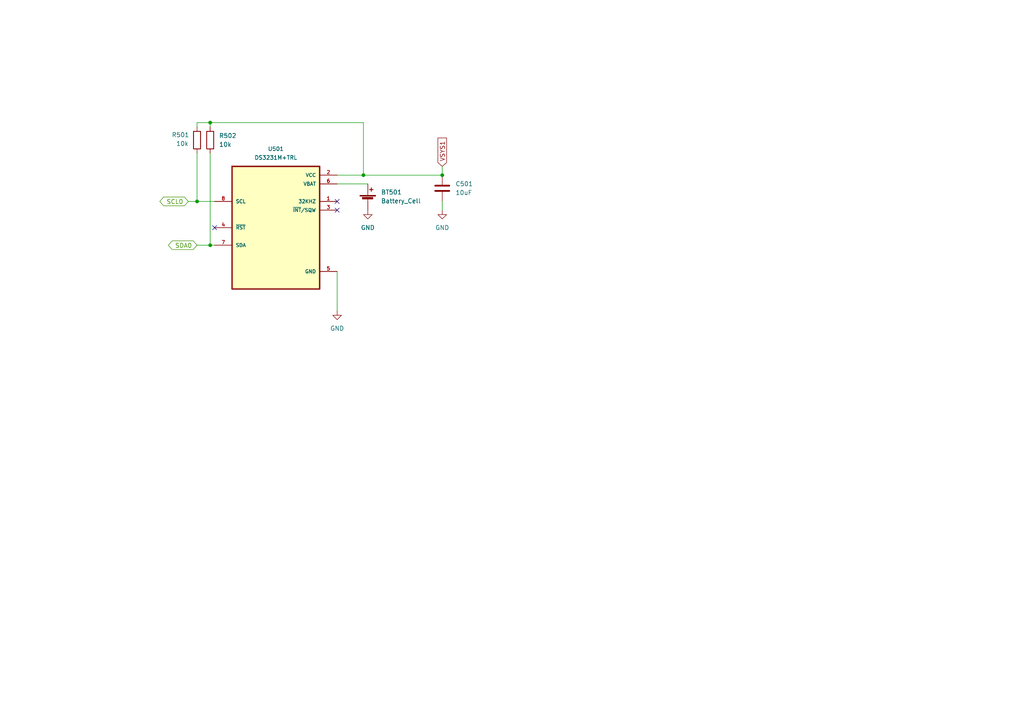
<source format=kicad_sch>
(kicad_sch
	(version 20231120)
	(generator "eeschema")
	(generator_version "8.0")
	(uuid "eed3b80b-aa02-47b6-a7a1-c4111502ac1c")
	(paper "A4")
	(lib_symbols
		(symbol "Device:Battery_Cell"
			(pin_numbers hide)
			(pin_names
				(offset 0) hide)
			(exclude_from_sim no)
			(in_bom yes)
			(on_board yes)
			(property "Reference" "BT"
				(at 2.54 2.54 0)
				(effects
					(font
						(size 1.27 1.27)
					)
					(justify left)
				)
			)
			(property "Value" "Battery_Cell"
				(at 2.54 0 0)
				(effects
					(font
						(size 1.27 1.27)
					)
					(justify left)
				)
			)
			(property "Footprint" ""
				(at 0 1.524 90)
				(effects
					(font
						(size 1.27 1.27)
					)
					(hide yes)
				)
			)
			(property "Datasheet" "~"
				(at 0 1.524 90)
				(effects
					(font
						(size 1.27 1.27)
					)
					(hide yes)
				)
			)
			(property "Description" "Single-cell battery"
				(at 0 0 0)
				(effects
					(font
						(size 1.27 1.27)
					)
					(hide yes)
				)
			)
			(property "ki_keywords" "battery cell"
				(at 0 0 0)
				(effects
					(font
						(size 1.27 1.27)
					)
					(hide yes)
				)
			)
			(symbol "Battery_Cell_0_1"
				(rectangle
					(start -2.286 1.778)
					(end 2.286 1.524)
					(stroke
						(width 0)
						(type default)
					)
					(fill
						(type outline)
					)
				)
				(rectangle
					(start -1.5748 1.1938)
					(end 1.4732 0.6858)
					(stroke
						(width 0)
						(type default)
					)
					(fill
						(type outline)
					)
				)
				(polyline
					(pts
						(xy 0 0.762) (xy 0 0)
					)
					(stroke
						(width 0)
						(type default)
					)
					(fill
						(type none)
					)
				)
				(polyline
					(pts
						(xy 0 1.778) (xy 0 2.54)
					)
					(stroke
						(width 0)
						(type default)
					)
					(fill
						(type none)
					)
				)
				(polyline
					(pts
						(xy 0.508 3.429) (xy 1.524 3.429)
					)
					(stroke
						(width 0.254)
						(type default)
					)
					(fill
						(type none)
					)
				)
				(polyline
					(pts
						(xy 1.016 3.937) (xy 1.016 2.921)
					)
					(stroke
						(width 0.254)
						(type default)
					)
					(fill
						(type none)
					)
				)
			)
			(symbol "Battery_Cell_1_1"
				(pin passive line
					(at 0 5.08 270)
					(length 2.54)
					(name "+"
						(effects
							(font
								(size 1.27 1.27)
							)
						)
					)
					(number "1"
						(effects
							(font
								(size 1.27 1.27)
							)
						)
					)
				)
				(pin passive line
					(at 0 -2.54 90)
					(length 2.54)
					(name "-"
						(effects
							(font
								(size 1.27 1.27)
							)
						)
					)
					(number "2"
						(effects
							(font
								(size 1.27 1.27)
							)
						)
					)
				)
			)
		)
		(symbol "Device:C"
			(pin_numbers hide)
			(pin_names
				(offset 0.254)
			)
			(exclude_from_sim no)
			(in_bom yes)
			(on_board yes)
			(property "Reference" "C"
				(at 0.635 2.54 0)
				(effects
					(font
						(size 1.27 1.27)
					)
					(justify left)
				)
			)
			(property "Value" "C"
				(at 0.635 -2.54 0)
				(effects
					(font
						(size 1.27 1.27)
					)
					(justify left)
				)
			)
			(property "Footprint" ""
				(at 0.9652 -3.81 0)
				(effects
					(font
						(size 1.27 1.27)
					)
					(hide yes)
				)
			)
			(property "Datasheet" "~"
				(at 0 0 0)
				(effects
					(font
						(size 1.27 1.27)
					)
					(hide yes)
				)
			)
			(property "Description" "Unpolarized capacitor"
				(at 0 0 0)
				(effects
					(font
						(size 1.27 1.27)
					)
					(hide yes)
				)
			)
			(property "ki_keywords" "cap capacitor"
				(at 0 0 0)
				(effects
					(font
						(size 1.27 1.27)
					)
					(hide yes)
				)
			)
			(property "ki_fp_filters" "C_*"
				(at 0 0 0)
				(effects
					(font
						(size 1.27 1.27)
					)
					(hide yes)
				)
			)
			(symbol "C_0_1"
				(polyline
					(pts
						(xy -2.032 -0.762) (xy 2.032 -0.762)
					)
					(stroke
						(width 0.508)
						(type default)
					)
					(fill
						(type none)
					)
				)
				(polyline
					(pts
						(xy -2.032 0.762) (xy 2.032 0.762)
					)
					(stroke
						(width 0.508)
						(type default)
					)
					(fill
						(type none)
					)
				)
			)
			(symbol "C_1_1"
				(pin passive line
					(at 0 3.81 270)
					(length 2.794)
					(name "~"
						(effects
							(font
								(size 1.27 1.27)
							)
						)
					)
					(number "1"
						(effects
							(font
								(size 1.27 1.27)
							)
						)
					)
				)
				(pin passive line
					(at 0 -3.81 90)
					(length 2.794)
					(name "~"
						(effects
							(font
								(size 1.27 1.27)
							)
						)
					)
					(number "2"
						(effects
							(font
								(size 1.27 1.27)
							)
						)
					)
				)
			)
		)
		(symbol "Device:R"
			(pin_numbers hide)
			(pin_names
				(offset 0)
			)
			(exclude_from_sim no)
			(in_bom yes)
			(on_board yes)
			(property "Reference" "R"
				(at 2.032 0 90)
				(effects
					(font
						(size 1.27 1.27)
					)
				)
			)
			(property "Value" "R"
				(at 0 0 90)
				(effects
					(font
						(size 1.27 1.27)
					)
				)
			)
			(property "Footprint" ""
				(at -1.778 0 90)
				(effects
					(font
						(size 1.27 1.27)
					)
					(hide yes)
				)
			)
			(property "Datasheet" "~"
				(at 0 0 0)
				(effects
					(font
						(size 1.27 1.27)
					)
					(hide yes)
				)
			)
			(property "Description" "Resistor"
				(at 0 0 0)
				(effects
					(font
						(size 1.27 1.27)
					)
					(hide yes)
				)
			)
			(property "ki_keywords" "R res resistor"
				(at 0 0 0)
				(effects
					(font
						(size 1.27 1.27)
					)
					(hide yes)
				)
			)
			(property "ki_fp_filters" "R_*"
				(at 0 0 0)
				(effects
					(font
						(size 1.27 1.27)
					)
					(hide yes)
				)
			)
			(symbol "R_0_1"
				(rectangle
					(start -1.016 -2.54)
					(end 1.016 2.54)
					(stroke
						(width 0.254)
						(type default)
					)
					(fill
						(type none)
					)
				)
			)
			(symbol "R_1_1"
				(pin passive line
					(at 0 3.81 270)
					(length 1.27)
					(name "~"
						(effects
							(font
								(size 1.27 1.27)
							)
						)
					)
					(number "1"
						(effects
							(font
								(size 1.27 1.27)
							)
						)
					)
				)
				(pin passive line
					(at 0 -3.81 90)
					(length 1.27)
					(name "~"
						(effects
							(font
								(size 1.27 1.27)
							)
						)
					)
					(number "2"
						(effects
							(font
								(size 1.27 1.27)
							)
						)
					)
				)
			)
		)
		(symbol "power:GND"
			(power)
			(pin_names
				(offset 0)
			)
			(exclude_from_sim no)
			(in_bom yes)
			(on_board yes)
			(property "Reference" "#PWR"
				(at 0 -6.35 0)
				(effects
					(font
						(size 1.27 1.27)
					)
					(hide yes)
				)
			)
			(property "Value" "GND"
				(at 0 -3.81 0)
				(effects
					(font
						(size 1.27 1.27)
					)
				)
			)
			(property "Footprint" ""
				(at 0 0 0)
				(effects
					(font
						(size 1.27 1.27)
					)
					(hide yes)
				)
			)
			(property "Datasheet" ""
				(at 0 0 0)
				(effects
					(font
						(size 1.27 1.27)
					)
					(hide yes)
				)
			)
			(property "Description" "Power symbol creates a global label with name \"GND\" , ground"
				(at 0 0 0)
				(effects
					(font
						(size 1.27 1.27)
					)
					(hide yes)
				)
			)
			(property "ki_keywords" "global power"
				(at 0 0 0)
				(effects
					(font
						(size 1.27 1.27)
					)
					(hide yes)
				)
			)
			(symbol "GND_0_1"
				(polyline
					(pts
						(xy 0 0) (xy 0 -1.27) (xy 1.27 -1.27) (xy 0 -2.54) (xy -1.27 -1.27) (xy 0 -1.27)
					)
					(stroke
						(width 0)
						(type default)
					)
					(fill
						(type none)
					)
				)
			)
			(symbol "GND_1_1"
				(pin power_in line
					(at 0 0 270)
					(length 0) hide
					(name "GND"
						(effects
							(font
								(size 1.27 1.27)
							)
						)
					)
					(number "1"
						(effects
							(font
								(size 1.27 1.27)
							)
						)
					)
				)
			)
		)
		(symbol "rtc:DS3231MZ_TRL"
			(pin_names
				(offset 1.016)
			)
			(exclude_from_sim no)
			(in_bom yes)
			(on_board yes)
			(property "Reference" "U"
				(at -12.7 18.78 0)
				(effects
					(font
						(size 1.27 1.27)
					)
					(justify left bottom)
				)
			)
			(property "Value" "DS3231MZ_TRL"
				(at -12.7 -21.78 0)
				(effects
					(font
						(size 1.27 1.27)
					)
					(justify left bottom)
				)
			)
			(property "Footprint" "DS3231MZ_TRL:SOIC127P600X175-8N"
				(at 0 0 0)
				(effects
					(font
						(size 1.27 1.27)
					)
					(justify bottom)
					(hide yes)
				)
			)
			(property "Datasheet" ""
				(at 0 0 0)
				(effects
					(font
						(size 1.27 1.27)
					)
					(hide yes)
				)
			)
			(property "Description" ""
				(at 0 0 0)
				(effects
					(font
						(size 1.27 1.27)
					)
					(hide yes)
				)
			)
			(symbol "DS3231MZ_TRL_0_0"
				(rectangle
					(start -12.7 -17.78)
					(end 12.7 17.78)
					(stroke
						(width 0.41)
						(type default)
					)
					(fill
						(type background)
					)
				)
				(pin output line
					(at 17.78 7.62 180)
					(length 5.08)
					(name "32KHZ"
						(effects
							(font
								(size 1.016 1.016)
							)
						)
					)
					(number "1"
						(effects
							(font
								(size 1.016 1.016)
							)
						)
					)
				)
				(pin power_in line
					(at 17.78 15.24 180)
					(length 5.08)
					(name "VCC"
						(effects
							(font
								(size 1.016 1.016)
							)
						)
					)
					(number "2"
						(effects
							(font
								(size 1.016 1.016)
							)
						)
					)
				)
				(pin output line
					(at 17.78 5.08 180)
					(length 5.08)
					(name "~{INT}/SQW"
						(effects
							(font
								(size 1.016 1.016)
							)
						)
					)
					(number "3"
						(effects
							(font
								(size 1.016 1.016)
							)
						)
					)
				)
				(pin bidirectional line
					(at -17.78 0 0)
					(length 5.08)
					(name "~{RST}"
						(effects
							(font
								(size 1.016 1.016)
							)
						)
					)
					(number "4"
						(effects
							(font
								(size 1.016 1.016)
							)
						)
					)
				)
				(pin power_in line
					(at 17.78 -12.7 180)
					(length 5.08)
					(name "GND"
						(effects
							(font
								(size 1.016 1.016)
							)
						)
					)
					(number "5"
						(effects
							(font
								(size 1.016 1.016)
							)
						)
					)
				)
				(pin power_in line
					(at 17.78 12.7 180)
					(length 5.08)
					(name "VBAT"
						(effects
							(font
								(size 1.016 1.016)
							)
						)
					)
					(number "6"
						(effects
							(font
								(size 1.016 1.016)
							)
						)
					)
				)
				(pin bidirectional line
					(at -17.78 -5.08 0)
					(length 5.08)
					(name "SDA"
						(effects
							(font
								(size 1.016 1.016)
							)
						)
					)
					(number "7"
						(effects
							(font
								(size 1.016 1.016)
							)
						)
					)
				)
				(pin input line
					(at -17.78 7.62 0)
					(length 5.08)
					(name "SCL"
						(effects
							(font
								(size 1.016 1.016)
							)
						)
					)
					(number "8"
						(effects
							(font
								(size 1.016 1.016)
							)
						)
					)
				)
			)
		)
	)
	(junction
		(at 60.96 71.12)
		(diameter 0)
		(color 0 0 0 0)
		(uuid "27747757-e6de-46cb-9773-17f2e4912d30")
	)
	(junction
		(at 105.41 50.8)
		(diameter 0)
		(color 0 0 0 0)
		(uuid "5b80d269-cb54-4502-b6dd-0be767e7362c")
	)
	(junction
		(at 128.27 50.8)
		(diameter 0)
		(color 0 0 0 0)
		(uuid "bc7183f0-469d-41c0-8d50-4f8aae98e0a2")
	)
	(junction
		(at 57.15 58.42)
		(diameter 0)
		(color 0 0 0 0)
		(uuid "ce6bca49-5206-423e-ac68-59fa99ae4c0c")
	)
	(junction
		(at 60.96 35.56)
		(diameter 0)
		(color 0 0 0 0)
		(uuid "ea69adce-4b92-4e34-a6b3-0620b3ca0439")
	)
	(no_connect
		(at 97.79 58.42)
		(uuid "26e9a5a3-ed9e-4557-97d6-3adb129a26ae")
	)
	(no_connect
		(at 97.79 60.96)
		(uuid "757dd7ed-7d83-4a0a-83f3-877af1b4d62c")
	)
	(no_connect
		(at 62.23 66.04)
		(uuid "dc3c49c2-d833-408e-95e4-a2c1692eea16")
	)
	(wire
		(pts
			(xy 60.96 35.56) (xy 105.41 35.56)
		)
		(stroke
			(width 0)
			(type default)
		)
		(uuid "1b871a8a-fa10-47b2-aace-d98a11b1c502")
	)
	(wire
		(pts
			(xy 105.41 50.8) (xy 128.27 50.8)
		)
		(stroke
			(width 0)
			(type default)
		)
		(uuid "2bcd2202-3b11-4e85-a50d-d16f36c9bdca")
	)
	(wire
		(pts
			(xy 97.79 50.8) (xy 105.41 50.8)
		)
		(stroke
			(width 0)
			(type default)
		)
		(uuid "35d1edd5-dc72-471c-9c64-7e04efe1db53")
	)
	(wire
		(pts
			(xy 57.15 35.56) (xy 60.96 35.56)
		)
		(stroke
			(width 0)
			(type default)
		)
		(uuid "366cccd7-ace5-454b-b2ae-6031bf264d13")
	)
	(wire
		(pts
			(xy 57.15 35.56) (xy 57.15 36.83)
		)
		(stroke
			(width 0)
			(type default)
		)
		(uuid "3f081109-6995-4453-8e21-3b2b058653f1")
	)
	(wire
		(pts
			(xy 105.41 35.56) (xy 105.41 50.8)
		)
		(stroke
			(width 0)
			(type default)
		)
		(uuid "4ff8dc37-e8dd-4d75-be34-534af5aca29c")
	)
	(wire
		(pts
			(xy 97.79 53.34) (xy 106.68 53.34)
		)
		(stroke
			(width 0)
			(type default)
		)
		(uuid "560f409d-f04d-470b-9ef6-6c95e1150be7")
	)
	(wire
		(pts
			(xy 60.96 71.12) (xy 62.23 71.12)
		)
		(stroke
			(width 0)
			(type default)
		)
		(uuid "6cf9a61d-b015-48fb-9661-60a1b3a1dfdf")
	)
	(wire
		(pts
			(xy 97.79 78.74) (xy 97.79 90.17)
		)
		(stroke
			(width 0)
			(type default)
		)
		(uuid "81bea640-f1b4-446b-bc7c-2a2cf64349eb")
	)
	(wire
		(pts
			(xy 128.27 58.42) (xy 128.27 60.96)
		)
		(stroke
			(width 0)
			(type default)
		)
		(uuid "9274e8ae-e808-40d5-81b7-07c9ce864ee9")
	)
	(wire
		(pts
			(xy 57.15 58.42) (xy 62.23 58.42)
		)
		(stroke
			(width 0)
			(type default)
		)
		(uuid "9e956ba1-cd98-48ad-9556-bb36f55f93fb")
	)
	(wire
		(pts
			(xy 54.61 58.42) (xy 57.15 58.42)
		)
		(stroke
			(width 0)
			(type default)
		)
		(uuid "ab069bd6-34db-46a4-9d6f-be44e472bde1")
	)
	(wire
		(pts
			(xy 128.27 48.26) (xy 128.27 50.8)
		)
		(stroke
			(width 0)
			(type default)
		)
		(uuid "d51feb9b-f005-4f1c-82dd-caa5a87edcff")
	)
	(wire
		(pts
			(xy 60.96 44.45) (xy 60.96 71.12)
		)
		(stroke
			(width 0)
			(type default)
		)
		(uuid "d54aec84-ed7d-4fdd-8ff7-e39673bae57d")
	)
	(wire
		(pts
			(xy 57.15 71.12) (xy 60.96 71.12)
		)
		(stroke
			(width 0)
			(type default)
		)
		(uuid "d71e7f52-5226-4028-9f02-1ae213d5c8fd")
	)
	(wire
		(pts
			(xy 60.96 35.56) (xy 60.96 36.83)
		)
		(stroke
			(width 0)
			(type default)
		)
		(uuid "e3f6a807-ebf5-48bb-b9fa-7f0741f2ed7c")
	)
	(wire
		(pts
			(xy 57.15 44.45) (xy 57.15 58.42)
		)
		(stroke
			(width 0)
			(type default)
		)
		(uuid "f994c30b-47aa-4214-af90-7978c31c849d")
	)
	(global_label "SCL0"
		(shape bidirectional)
		(at 54.61 58.42 180)
		(fields_autoplaced yes)
		(effects
			(font
				(size 1.27 1.27)
				(color 64 145 0 1)
			)
			(justify right)
		)
		(uuid "14e34095-07fe-4868-bf37-05bf63f16196")
		(property "Intersheetrefs" "${INTERSHEET_REFS}"
			(at 45.7964 58.42 0)
			(effects
				(font
					(size 1.27 1.27)
				)
				(justify right)
				(hide yes)
			)
		)
	)
	(global_label "SDA0"
		(shape bidirectional)
		(at 57.15 71.12 180)
		(fields_autoplaced yes)
		(effects
			(font
				(size 1.27 1.27)
				(color 64 145 0 1)
			)
			(justify right)
		)
		(uuid "e130b11d-b03a-4634-9f23-4587276ab4c6")
		(property "Intersheetrefs" "${INTERSHEET_REFS}"
			(at 48.2759 71.12 0)
			(effects
				(font
					(size 1.27 1.27)
				)
				(justify right)
				(hide yes)
			)
		)
	)
	(global_label "VSYS1"
		(shape input)
		(at 128.27 48.26 90)
		(fields_autoplaced yes)
		(effects
			(font
				(size 1.27 1.27)
			)
			(justify left)
		)
		(uuid "f5a30cd9-5151-486a-828d-1a56e7270c44")
		(property "Intersheetrefs" "${INTERSHEET_REFS}"
			(at 128.27 39.4691 90)
			(effects
				(font
					(size 1.27 1.27)
				)
				(justify left)
				(hide yes)
			)
		)
	)
	(symbol
		(lib_id "rtc:DS3231MZ_TRL")
		(at 80.01 66.04 0)
		(unit 1)
		(exclude_from_sim no)
		(in_bom yes)
		(on_board yes)
		(dnp no)
		(fields_autoplaced yes)
		(uuid "3bec49de-94f5-4c14-9b30-d610f0d24a5b")
		(property "Reference" "U501"
			(at 80.01 43.18 0)
			(effects
				(font
					(size 1.143 1.143)
				)
			)
		)
		(property "Value" "DS3231M+TRL"
			(at 80.01 45.72 0)
			(effects
				(font
					(size 1.143 1.143)
				)
			)
		)
		(property "Footprint" "rtc:SOIC127P600X175-8N"
			(at 80.01 66.04 0)
			(effects
				(font
					(size 1.27 1.27)
				)
				(justify bottom)
				(hide yes)
			)
		)
		(property "Datasheet" ""
			(at 80.01 66.04 0)
			(effects
				(font
					(size 1.27 1.27)
				)
				(hide yes)
			)
		)
		(property "Description" ""
			(at 80.01 66.04 0)
			(effects
				(font
					(size 1.27 1.27)
				)
				(hide yes)
			)
		)
		(pin "1"
			(uuid "41a3d84b-1c66-4e9f-804e-3a61aa4b16fb")
		)
		(pin "2"
			(uuid "796c2b57-dc37-49d1-847f-071edd230a74")
		)
		(pin "3"
			(uuid "f03355f1-bea9-43b2-a1f3-7cae534a8d46")
		)
		(pin "4"
			(uuid "540f44fc-48d4-4832-a0f9-f78dbcae3c32")
		)
		(pin "5"
			(uuid "1cfa6b62-a922-4b6d-a0b6-27fc12d60014")
		)
		(pin "6"
			(uuid "23261e9a-3892-4ff8-8cff-8a0edc7ec806")
		)
		(pin "7"
			(uuid "0352b953-b00a-44ca-978c-bc03e3678e45")
		)
		(pin "8"
			(uuid "eebfed38-0d76-4f6a-b792-242373fbb21e")
		)
		(instances
			(project "habcontroller_v4"
				(path "/63d8ebc3-d81d-4869-925f-b28ad884a523/fff94551-8b7c-4eb8-ba7c-511646405896"
					(reference "U501")
					(unit 1)
				)
			)
		)
	)
	(symbol
		(lib_id "power:GND")
		(at 128.27 60.96 0)
		(unit 1)
		(exclude_from_sim no)
		(in_bom yes)
		(on_board yes)
		(dnp no)
		(fields_autoplaced yes)
		(uuid "516be8d3-1006-44c0-93ea-f47ff6d40f25")
		(property "Reference" "#PWR069"
			(at 128.27 67.31 0)
			(effects
				(font
					(size 1.27 1.27)
				)
				(hide yes)
			)
		)
		(property "Value" "GND"
			(at 128.27 66.04 0)
			(effects
				(font
					(size 1.27 1.27)
				)
			)
		)
		(property "Footprint" ""
			(at 128.27 60.96 0)
			(effects
				(font
					(size 1.27 1.27)
				)
				(hide yes)
			)
		)
		(property "Datasheet" ""
			(at 128.27 60.96 0)
			(effects
				(font
					(size 1.27 1.27)
				)
				(hide yes)
			)
		)
		(property "Description" ""
			(at 128.27 60.96 0)
			(effects
				(font
					(size 1.27 1.27)
				)
				(hide yes)
			)
		)
		(pin "1"
			(uuid "c98b6352-6d6c-413a-8c96-5a3725927069")
		)
		(instances
			(project "habcontroller_v4"
				(path "/63d8ebc3-d81d-4869-925f-b28ad884a523/fff94551-8b7c-4eb8-ba7c-511646405896"
					(reference "#PWR069")
					(unit 1)
				)
			)
		)
	)
	(symbol
		(lib_id "power:GND")
		(at 97.79 90.17 0)
		(unit 1)
		(exclude_from_sim no)
		(in_bom yes)
		(on_board yes)
		(dnp no)
		(fields_autoplaced yes)
		(uuid "559efdbc-44b0-4387-9323-1248061eeb35")
		(property "Reference" "#PWR065"
			(at 97.79 96.52 0)
			(effects
				(font
					(size 1.27 1.27)
				)
				(hide yes)
			)
		)
		(property "Value" "GND"
			(at 97.79 95.25 0)
			(effects
				(font
					(size 1.27 1.27)
				)
			)
		)
		(property "Footprint" ""
			(at 97.79 90.17 0)
			(effects
				(font
					(size 1.27 1.27)
				)
				(hide yes)
			)
		)
		(property "Datasheet" ""
			(at 97.79 90.17 0)
			(effects
				(font
					(size 1.27 1.27)
				)
				(hide yes)
			)
		)
		(property "Description" ""
			(at 97.79 90.17 0)
			(effects
				(font
					(size 1.27 1.27)
				)
				(hide yes)
			)
		)
		(pin "1"
			(uuid "d47cd1c0-dc1f-4e17-9bdc-347694396a34")
		)
		(instances
			(project "habcontroller_v4"
				(path "/63d8ebc3-d81d-4869-925f-b28ad884a523/fff94551-8b7c-4eb8-ba7c-511646405896"
					(reference "#PWR065")
					(unit 1)
				)
			)
		)
	)
	(symbol
		(lib_id "Device:C")
		(at 128.27 54.61 0)
		(unit 1)
		(exclude_from_sim no)
		(in_bom yes)
		(on_board yes)
		(dnp no)
		(fields_autoplaced yes)
		(uuid "5ccd900d-de94-4bda-a651-854cebaa24ac")
		(property "Reference" "C501"
			(at 132.08 53.3399 0)
			(effects
				(font
					(size 1.27 1.27)
				)
				(justify left)
			)
		)
		(property "Value" "10uF"
			(at 132.08 55.8799 0)
			(effects
				(font
					(size 1.27 1.27)
				)
				(justify left)
			)
		)
		(property "Footprint" "Capacitor_SMD:C_0603_1608Metric"
			(at 129.2352 58.42 0)
			(effects
				(font
					(size 1.27 1.27)
				)
				(hide yes)
			)
		)
		(property "Datasheet" "~"
			(at 128.27 54.61 0)
			(effects
				(font
					(size 1.27 1.27)
				)
				(hide yes)
			)
		)
		(property "Description" ""
			(at 128.27 54.61 0)
			(effects
				(font
					(size 1.27 1.27)
				)
				(hide yes)
			)
		)
		(pin "1"
			(uuid "84c70e2f-0659-483d-980e-8a6eb3307412")
		)
		(pin "2"
			(uuid "0149bdff-77a6-402e-abd2-d94efbf8d58e")
		)
		(instances
			(project "habcontroller_v4"
				(path "/63d8ebc3-d81d-4869-925f-b28ad884a523/fff94551-8b7c-4eb8-ba7c-511646405896"
					(reference "C501")
					(unit 1)
				)
			)
		)
	)
	(symbol
		(lib_id "Device:Battery_Cell")
		(at 106.68 58.42 0)
		(unit 1)
		(exclude_from_sim no)
		(in_bom yes)
		(on_board yes)
		(dnp no)
		(fields_autoplaced yes)
		(uuid "6f63a930-3906-4c7e-9a2d-53134c9442af")
		(property "Reference" "BT501"
			(at 110.49 55.753 0)
			(effects
				(font
					(size 1.27 1.27)
				)
				(justify left)
			)
		)
		(property "Value" "Battery_Cell"
			(at 110.49 58.293 0)
			(effects
				(font
					(size 1.27 1.27)
				)
				(justify left)
			)
		)
		(property "Footprint" "BH-122A-5:BH-122A-5"
			(at 106.68 56.896 90)
			(effects
				(font
					(size 1.27 1.27)
				)
				(hide yes)
			)
		)
		(property "Datasheet" "~"
			(at 106.68 56.896 90)
			(effects
				(font
					(size 1.27 1.27)
				)
				(hide yes)
			)
		)
		(property "Description" ""
			(at 106.68 58.42 0)
			(effects
				(font
					(size 1.27 1.27)
				)
				(hide yes)
			)
		)
		(pin "1"
			(uuid "3f5680b5-e8a7-4dd0-9474-b87f6755daa2")
		)
		(pin "2"
			(uuid "3f3e51d1-1746-4edb-97d2-bb56498b45f7")
		)
		(instances
			(project "habcontroller_v4"
				(path "/63d8ebc3-d81d-4869-925f-b28ad884a523/fff94551-8b7c-4eb8-ba7c-511646405896"
					(reference "BT501")
					(unit 1)
				)
			)
		)
	)
	(symbol
		(lib_id "power:GND")
		(at 106.68 60.96 0)
		(unit 1)
		(exclude_from_sim no)
		(in_bom yes)
		(on_board yes)
		(dnp no)
		(fields_autoplaced yes)
		(uuid "959be890-f850-4ba3-9771-69fbc8757e63")
		(property "Reference" "#PWR067"
			(at 106.68 67.31 0)
			(effects
				(font
					(size 1.27 1.27)
				)
				(hide yes)
			)
		)
		(property "Value" "GND"
			(at 106.68 66.04 0)
			(effects
				(font
					(size 1.27 1.27)
				)
			)
		)
		(property "Footprint" ""
			(at 106.68 60.96 0)
			(effects
				(font
					(size 1.27 1.27)
				)
				(hide yes)
			)
		)
		(property "Datasheet" ""
			(at 106.68 60.96 0)
			(effects
				(font
					(size 1.27 1.27)
				)
				(hide yes)
			)
		)
		(property "Description" ""
			(at 106.68 60.96 0)
			(effects
				(font
					(size 1.27 1.27)
				)
				(hide yes)
			)
		)
		(pin "1"
			(uuid "c5244b1b-84c2-44a8-a3c9-c761744d3beb")
		)
		(instances
			(project "habcontroller_v4"
				(path "/63d8ebc3-d81d-4869-925f-b28ad884a523/fff94551-8b7c-4eb8-ba7c-511646405896"
					(reference "#PWR067")
					(unit 1)
				)
			)
		)
	)
	(symbol
		(lib_id "Device:R")
		(at 60.96 40.64 0)
		(unit 1)
		(exclude_from_sim no)
		(in_bom yes)
		(on_board yes)
		(dnp no)
		(fields_autoplaced yes)
		(uuid "bc210272-98c2-457f-99c0-3b231f245673")
		(property "Reference" "R502"
			(at 63.5 39.3699 0)
			(effects
				(font
					(size 1.27 1.27)
				)
				(justify left)
			)
		)
		(property "Value" "10k"
			(at 63.5 41.9099 0)
			(effects
				(font
					(size 1.27 1.27)
				)
				(justify left)
			)
		)
		(property "Footprint" "Resistor_SMD:R_0603_1608Metric"
			(at 59.182 40.64 90)
			(effects
				(font
					(size 1.27 1.27)
				)
				(hide yes)
			)
		)
		(property "Datasheet" "~"
			(at 60.96 40.64 0)
			(effects
				(font
					(size 1.27 1.27)
				)
				(hide yes)
			)
		)
		(property "Description" ""
			(at 60.96 40.64 0)
			(effects
				(font
					(size 1.27 1.27)
				)
				(hide yes)
			)
		)
		(pin "1"
			(uuid "df4ba1a1-73e4-4006-bb78-6af8a49ed18f")
		)
		(pin "2"
			(uuid "d5ad80c9-e4ff-410e-bcb6-556a0a9ef973")
		)
		(instances
			(project "habcontroller_v4"
				(path "/63d8ebc3-d81d-4869-925f-b28ad884a523/fff94551-8b7c-4eb8-ba7c-511646405896"
					(reference "R502")
					(unit 1)
				)
			)
		)
	)
	(symbol
		(lib_id "Device:R")
		(at 57.15 40.64 0)
		(unit 1)
		(exclude_from_sim no)
		(in_bom yes)
		(on_board yes)
		(dnp no)
		(uuid "dfc3a74c-258c-46df-9e74-879102643677")
		(property "Reference" "R501"
			(at 49.784 39.116 0)
			(effects
				(font
					(size 1.27 1.27)
				)
				(justify left)
			)
		)
		(property "Value" "10k"
			(at 51.054 41.656 0)
			(effects
				(font
					(size 1.27 1.27)
				)
				(justify left)
			)
		)
		(property "Footprint" "Resistor_SMD:R_0603_1608Metric"
			(at 55.372 40.64 90)
			(effects
				(font
					(size 1.27 1.27)
				)
				(hide yes)
			)
		)
		(property "Datasheet" "~"
			(at 57.15 40.64 0)
			(effects
				(font
					(size 1.27 1.27)
				)
				(hide yes)
			)
		)
		(property "Description" ""
			(at 57.15 40.64 0)
			(effects
				(font
					(size 1.27 1.27)
				)
				(hide yes)
			)
		)
		(pin "1"
			(uuid "6164175b-4fb7-453a-a40c-01c7b0b2741e")
		)
		(pin "2"
			(uuid "955b9948-dedc-43e1-b288-fa6b1664e96f")
		)
		(instances
			(project "habcontroller_v4"
				(path "/63d8ebc3-d81d-4869-925f-b28ad884a523/fff94551-8b7c-4eb8-ba7c-511646405896"
					(reference "R501")
					(unit 1)
				)
			)
		)
	)
)

</source>
